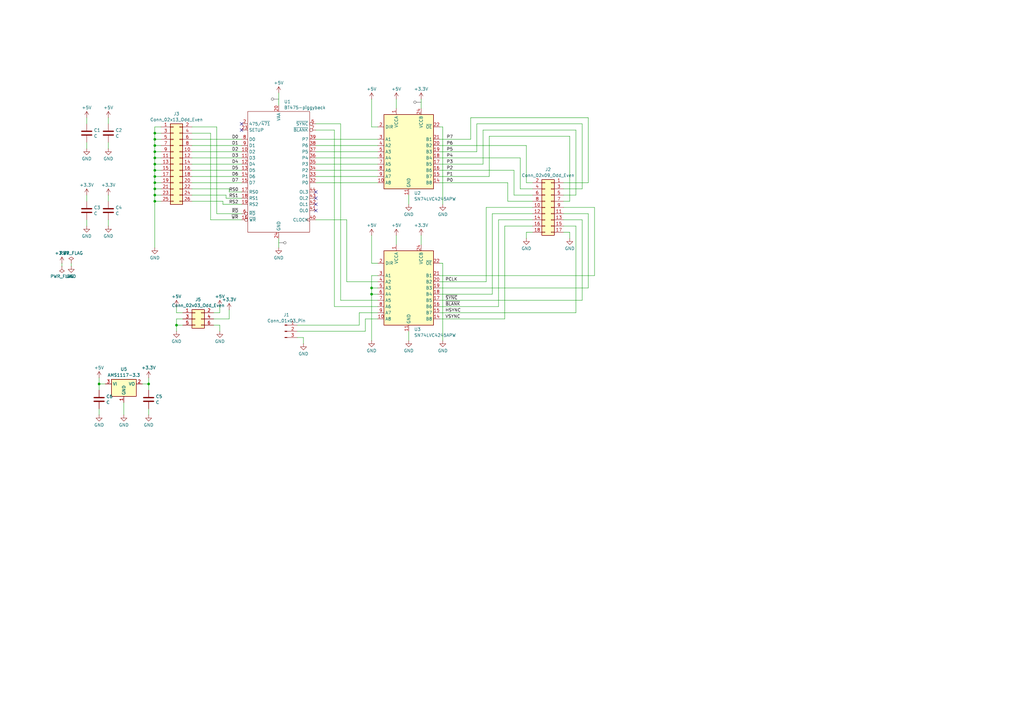
<source format=kicad_sch>
(kicad_sch (version 20231120) (generator "eeschema") (generator_version "8.0")
  (paper "A3")
  (lib_symbols
    (symbol "Connector:Conn_01x03_Pin" (pin_names (offset 1.016) hide)
      (property "Reference" "J" (at 0 5.08 0))
      (property "Value" "Conn_01x03_Pin" (at 0 -5.08 0))
      (symbol "Conn_01x03_Pin_1_1"
        (polyline (pts (xy 1.27 -2.54) (xy 0.8636 -2.54)) (stroke (width 0.1524)))
        (polyline (pts (xy 1.27 0) (xy 0.8636 0)) (stroke (width 0.1524)))
        (polyline (pts (xy 1.27 2.54) (xy 0.8636 2.54)) (stroke (width 0.1524)))
        (rectangle (start 0.8636 -2.413) (end 0 -2.667) (stroke (width 0.1524)) (fill (type outline)))
        (rectangle (start 0.8636 0.127) (end 0 -0.127) (stroke (width 0.1524)) (fill (type outline)))
        (rectangle (start 0.8636 2.667) (end 0 2.413) (stroke (width 0.1524)) (fill (type outline)))
        (pin passive line (at 5.08 2.54 180) (length 3.81) (name "Pin_1") (number "1"))
        (pin passive line (at 5.08 0 180) (length 3.81) (name "Pin_2") (number "2"))
        (pin passive line (at 5.08 -2.54 180) (length 3.81) (name "Pin_3") (number "3"))
      )
    )
    (symbol "Connector_Generic:Conn_02x03_Odd_Even" (pin_names (offset 1.016) hide)
      (property "Reference" "J" (at 1.27 5.08 0))
      (property "Value" "Conn_02x03_Odd_Even" (at 1.27 -5.08 0))
      (symbol "Conn_02x03_Odd_Even_1_1"
        (rectangle (start -1.27 -2.413) (end 0 -2.667) (stroke (width 0.1524)))
        (rectangle (start -1.27 0.127) (end 0 -0.127) (stroke (width 0.1524)))
        (rectangle (start -1.27 2.667) (end 0 2.413) (stroke (width 0.1524)))
        (rectangle (start -1.27 3.81) (end 3.81 -3.81) (stroke (width 0.254)) (fill (type background)))
        (rectangle (start 3.81 -2.413) (end 2.54 -2.667) (stroke (width 0.1524)))
        (rectangle (start 3.81 0.127) (end 2.54 -0.127) (stroke (width 0.1524)))
        (rectangle (start 3.81 2.667) (end 2.54 2.413) (stroke (width 0.1524)))
        (pin passive line (at -5.08 2.54 0) (length 3.81) (name "Pin_1") (number "1"))
        (pin passive line (at 7.62 2.54 180) (length 3.81) (name "Pin_2") (number "2"))
        (pin passive line (at -5.08 0 0) (length 3.81) (name "Pin_3") (number "3"))
        (pin passive line (at 7.62 0 180) (length 3.81) (name "Pin_4") (number "4"))
        (pin passive line (at -5.08 -2.54 0) (length 3.81) (name "Pin_5") (number "5"))
        (pin passive line (at 7.62 -2.54 180) (length 3.81) (name "Pin_6") (number "6"))
      )
    )
    (symbol "Connector_Generic:Conn_02x09_Odd_Even" (pin_names (offset 1.016) hide)
      (property "Reference" "J" (at 1.27 12.7 0))
      (property "Value" "Conn_02x09_Odd_Even" (at 1.27 -12.7 0))
      (symbol "Conn_02x09_Odd_Even_1_1"
        (rectangle (start -1.27 -10.033) (end 0 -10.287) (stroke (width 0.1524)))
        (rectangle (start -1.27 -7.493) (end 0 -7.747) (stroke (width 0.1524)))
        (rectangle (start -1.27 -4.953) (end 0 -5.207) (stroke (width 0.1524)))
        (rectangle (start -1.27 -2.413) (end 0 -2.667) (stroke (width 0.1524)))
        (rectangle (start -1.27 0.127) (end 0 -0.127) (stroke (width 0.1524)))
        (rectangle (start -1.27 2.667) (end 0 2.413) (stroke (width 0.1524)))
        (rectangle (start -1.27 5.207) (end 0 4.953) (stroke (width 0.1524)))
        (rectangle (start -1.27 7.747) (end 0 7.493) (stroke (width 0.1524)))
        (rectangle (start -1.27 10.287) (end 0 10.033) (stroke (width 0.1524)))
        (rectangle (start -1.27 11.43) (end 3.81 -11.43) (stroke (width 0.254)) (fill (type background)))
        (rectangle (start 3.81 -10.033) (end 2.54 -10.287) (stroke (width 0.1524)))
        (rectangle (start 3.81 -7.493) (end 2.54 -7.747) (stroke (width 0.1524)))
        (rectangle (start 3.81 -4.953) (end 2.54 -5.207) (stroke (width 0.1524)))
        (rectangle (start 3.81 -2.413) (end 2.54 -2.667) (stroke (width 0.1524)))
        (rectangle (start 3.81 0.127) (end 2.54 -0.127) (stroke (width 0.1524)))
        (rectangle (start 3.81 2.667) (end 2.54 2.413) (stroke (width 0.1524)))
        (rectangle (start 3.81 5.207) (end 2.54 4.953) (stroke (width 0.1524)))
        (rectangle (start 3.81 7.747) (end 2.54 7.493) (stroke (width 0.1524)))
        (rectangle (start 3.81 10.287) (end 2.54 10.033) (stroke (width 0.1524)))
        (pin passive line (at -5.08 10.16 0) (length 3.81) (name "Pin_1") (number "1"))
        (pin passive line (at 7.62 0 180) (length 3.81) (name "Pin_10") (number "10"))
        (pin passive line (at -5.08 -2.54 0) (length 3.81) (name "Pin_11") (number "11"))
        (pin passive line (at 7.62 -2.54 180) (length 3.81) (name "Pin_12") (number "12"))
        (pin passive line (at -5.08 -5.08 0) (length 3.81) (name "Pin_13") (number "13"))
        (pin passive line (at 7.62 -5.08 180) (length 3.81) (name "Pin_14") (number "14"))
        (pin passive line (at -5.08 -7.62 0) (length 3.81) (name "Pin_15") (number "15"))
        (pin passive line (at 7.62 -7.62 180) (length 3.81) (name "Pin_16") (number "16"))
        (pin passive line (at -5.08 -10.16 0) (length 3.81) (name "Pin_17") (number "17"))
        (pin passive line (at 7.62 -10.16 180) (length 3.81) (name "Pin_18") (number "18"))
        (pin passive line (at 7.62 10.16 180) (length 3.81) (name "Pin_2") (number "2"))
        (pin passive line (at -5.08 7.62 0) (length 3.81) (name "Pin_3") (number "3"))
        (pin passive line (at 7.62 7.62 180) (length 3.81) (name "Pin_4") (number "4"))
        (pin passive line (at -5.08 5.08 0) (length 3.81) (name "Pin_5") (number "5"))
        (pin passive line (at 7.62 5.08 180) (length 3.81) (name "Pin_6") (number "6"))
        (pin passive line (at -5.08 2.54 0) (length 3.81) (name "Pin_7") (number "7"))
        (pin passive line (at 7.62 2.54 180) (length 3.81) (name "Pin_8") (number "8"))
        (pin passive line (at -5.08 0 0) (length 3.81) (name "Pin_9") (number "9"))
      )
    )
    (symbol "Connector_Generic:Conn_02x13_Odd_Even" (pin_names (offset 1.016) hide)
      (property "Reference" "J" (at 1.27 17.78 0))
      (property "Value" "Conn_02x13_Odd_Even" (at 1.27 -17.78 0))
      (symbol "Conn_02x13_Odd_Even_1_1"
        (rectangle (start -1.27 -15.113) (end 0 -15.367) (stroke (width 0.1524)))
        (rectangle (start -1.27 -12.573) (end 0 -12.827) (stroke (width 0.1524)))
        (rectangle (start -1.27 -10.033) (end 0 -10.287) (stroke (width 0.1524)))
        (rectangle (start -1.27 -7.493) (end 0 -7.747) (stroke (width 0.1524)))
        (rectangle (start -1.27 -4.953) (end 0 -5.207) (stroke (width 0.1524)))
        (rectangle (start -1.27 -2.413) (end 0 -2.667) (stroke (width 0.1524)))
        (rectangle (start -1.27 0.127) (end 0 -0.127) (stroke (width 0.1524)))
        (rectangle (start -1.27 2.667) (end 0 2.413) (stroke (width 0.1524)))
        (rectangle (start -1.27 5.207) (end 0 4.953) (stroke (width 0.1524)))
        (rectangle (start -1.27 7.747) (end 0 7.493) (stroke (width 0.1524)))
        (rectangle (start -1.27 10.287) (end 0 10.033) (stroke (width 0.1524)))
        (rectangle (start -1.27 12.827) (end 0 12.573) (stroke (width 0.1524)))
        (rectangle (start -1.27 15.367) (end 0 15.113) (stroke (width 0.1524)))
        (rectangle (start -1.27 16.51) (end 3.81 -16.51) (stroke (width 0.254)) (fill (type background)))
        (rectangle (start 3.81 -15.113) (end 2.54 -15.367) (stroke (width 0.1524)))
        (rectangle (start 3.81 -12.573) (end 2.54 -12.827) (stroke (width 0.1524)))
        (rectangle (start 3.81 -10.033) (end 2.54 -10.287) (stroke (width 0.1524)))
        (rectangle (start 3.81 -7.493) (end 2.54 -7.747) (stroke (width 0.1524)))
        (rectangle (start 3.81 -4.953) (end 2.54 -5.207) (stroke (width 0.1524)))
        (rectangle (start 3.81 -2.413) (end 2.54 -2.667) (stroke (width 0.1524)))
        (rectangle (start 3.81 0.127) (end 2.54 -0.127) (stroke (width 0.1524)))
        (rectangle (start 3.81 2.667) (end 2.54 2.413) (stroke (width 0.1524)))
        (rectangle (start 3.81 5.207) (end 2.54 4.953) (stroke (width 0.1524)))
        (rectangle (start 3.81 7.747) (end 2.54 7.493) (stroke (width 0.1524)))
        (rectangle (start 3.81 10.287) (end 2.54 10.033) (stroke (width 0.1524)))
        (rectangle (start 3.81 12.827) (end 2.54 12.573) (stroke (width 0.1524)))
        (rectangle (start 3.81 15.367) (end 2.54 15.113) (stroke (width 0.1524)))
        (pin passive line (at -5.08 15.24 0) (length 3.81) (name "Pin_1") (number "1"))
        (pin passive line (at 7.62 5.08 180) (length 3.81) (name "Pin_10") (number "10"))
        (pin passive line (at -5.08 2.54 0) (length 3.81) (name "Pin_11") (number "11"))
        (pin passive line (at 7.62 2.54 180) (length 3.81) (name "Pin_12") (number "12"))
        (pin passive line (at -5.08 0 0) (length 3.81) (name "Pin_13") (number "13"))
        (pin passive line (at 7.62 0 180) (length 3.81) (name "Pin_14") (number "14"))
        (pin passive line (at -5.08 -2.54 0) (length 3.81) (name "Pin_15") (number "15"))
        (pin passive line (at 7.62 -2.54 180) (length 3.81) (name "Pin_16") (number "16"))
        (pin passive line (at -5.08 -5.08 0) (length 3.81) (name "Pin_17") (number "17"))
        (pin passive line (at 7.62 -5.08 180) (length 3.81) (name "Pin_18") (number "18"))
        (pin passive line (at -5.08 -7.62 0) (length 3.81) (name "Pin_19") (number "19"))
        (pin passive line (at 7.62 15.24 180) (length 3.81) (name "Pin_2") (number "2"))
        (pin passive line (at 7.62 -7.62 180) (length 3.81) (name "Pin_20") (number "20"))
        (pin passive line (at -5.08 -10.16 0) (length 3.81) (name "Pin_21") (number "21"))
        (pin passive line (at 7.62 -10.16 180) (length 3.81) (name "Pin_22") (number "22"))
        (pin passive line (at -5.08 -12.7 0) (length 3.81) (name "Pin_23") (number "23"))
        (pin passive line (at 7.62 -12.7 180) (length 3.81) (name "Pin_24") (number "24"))
        (pin passive line (at -5.08 -15.24 0) (length 3.81) (name "Pin_25") (number "25"))
        (pin passive line (at 7.62 -15.24 180) (length 3.81) (name "Pin_26") (number "26"))
        (pin passive line (at -5.08 12.7 0) (length 3.81) (name "Pin_3") (number "3"))
        (pin passive line (at 7.62 12.7 180) (length 3.81) (name "Pin_4") (number "4"))
        (pin passive line (at -5.08 10.16 0) (length 3.81) (name "Pin_5") (number "5"))
        (pin passive line (at 7.62 10.16 180) (length 3.81) (name "Pin_6") (number "6"))
        (pin passive line (at -5.08 7.62 0) (length 3.81) (name "Pin_7") (number "7"))
        (pin passive line (at 7.62 7.62 180) (length 3.81) (name "Pin_8") (number "8"))
        (pin passive line (at -5.08 5.08 0) (length 3.81) (name "Pin_9") (number "9"))
      )
    )
    (symbol "Device:C" (pin_numbers hide) (pin_names (offset 0.254))
      (property "Reference" "C" (at 0.635 2.54 0))
      (property "Value" "C" (at 0.635 -2.54 0))
      (symbol "C_0_1"
        (polyline (pts (xy -2.032 -0.762) (xy 2.032 -0.762)) (stroke (width 0.508)))
        (polyline (pts (xy -2.032 0.762) (xy 2.032 0.762)) (stroke (width 0.508)))
      )
      (symbol "C_1_1"
        (pin passive line (at 0 3.81 270) (length 2.794) (name "~") (number "1"))
        (pin passive line (at 0 -3.81 90) (length 2.794) (name "~") (number "2"))
      )
    )
    (symbol "Regulator_Linear:AMS1117-3.3"
      (property "Reference" "U" (at -3.81 3.175 0))
      (property "Value" "AMS1117-3.3" (at 0 3.175 0))
      (symbol "AMS1117-3.3_0_1"
        (rectangle (start -5.08 -5.08) (end 5.08 1.905) (stroke (width 0.254)) (fill (type background)))
      )
      (symbol "AMS1117-3.3_1_1"
        (pin power_in line (at 0 -7.62 90) (length 2.54) (name "GND") (number "1"))
        (pin power_out line (at 7.62 0 180) (length 2.54) (name "VO") (number "2"))
        (pin power_in line (at -7.62 0 0) (length 2.54) (name "VI") (number "3"))
      )
    )
    (symbol "power:+3.3V" (power) (pin_numbers hide) (pin_names (offset 0) hide)
      (property "Value" "+3.3V" (at 0 3.556 0))
      (symbol "+3.3V_0_1"
        (polyline (pts (xy -0.762 1.27) (xy 0 2.54)))
        (polyline (pts (xy 0 0) (xy 0 2.54)))
        (polyline (pts (xy 0 2.54) (xy 0.762 1.27)))
      )
      (symbol "+3.3V_1_1"
        (pin power_in line (at 0 0 90) (length 0) (name "~") (number "1"))
      )
    )
    (symbol "power:+5V" (power) (pin_numbers hide) (pin_names (offset 0) hide)
      (property "Value" "+5V" (at 0 3.556 0))
      (symbol "+5V_0_1"
        (polyline (pts (xy -0.762 1.27) (xy 0 2.54)))
        (polyline (pts (xy 0 0) (xy 0 2.54)))
        (polyline (pts (xy 0 2.54) (xy 0.762 1.27)))
      )
      (symbol "+5V_1_1"
        (pin power_in line (at 0 0 90) (length 0) (name "~") (number "1"))
      )
    )
    (symbol "power:GND" (power) (pin_numbers hide) (pin_names (offset 0) hide)
      (property "Value" "GND" (at 0 -3.81 0))
      (symbol "GND_0_1"
        (polyline (pts (xy 0 0) (xy 0 -1.27) (xy 1.27 -1.27) (xy 0 -2.54) (xy -1.27 -1.27) (xy 0 -1.27)))
      )
      (symbol "GND_1_1"
        (pin power_in line (at 0 0 270) (length 0) (name "~") (number "1"))
      )
    )
    (symbol "power:PWR_FLAG" (power) (pin_numbers hide) (pin_names (offset 0) hide)
      (property "Value" "PWR_FLAG" (at 0 3.81 0))
      (symbol "PWR_FLAG_0_0"
        (pin power_out line (at 0 0 90) (length 0) (name "~") (number "1"))
      )
      (symbol "PWR_FLAG_0_1"
        (polyline (pts (xy 0 0) (xy 0 1.27) (xy -1.016 1.905) (xy 0 2.54) (xy 1.016 1.905) (xy 0 1.27)))
      )
    )
    (symbol "symbols:SN74LVC4245APW"
      (property "Reference" "U" (at -10.16 17.78 0))
      (property "Value" "SN74LVC4245APW" (at 8.636 -16.51 0))
      (symbol "SN74LVC4245APW_0_1"
        (rectangle (start -10.16 15.24) (end 10.16 -15.24) (stroke (width 0.254)) (fill (type background)))
      )
      (symbol "SN74LVC4245APW_1_0"
        (pin power_in line (at -5.08 17.78 270) (length 2.54) (name "VCCA") (number "1"))
        (pin power_in line (at 0 -17.78 90) (length 2.54) hide (name "GND") (number "12"))
        (pin power_in line (at 0 -17.78 90) (length 2.54) hide (name "GND") (number "13"))
        (pin power_in line (at 5.08 17.78 270) (length 2.54) (name "VCCB") (number "24"))
      )
      (symbol "SN74LVC4245APW_1_1"
        (pin bidirectional line (at -12.7 -12.7 0) (length 2.54) (name "A8") (number "10"))
        (pin power_in line (at 0 -17.78 90) (length 2.54) (name "GND") (number "11"))
        (pin bidirectional line (at 12.7 -12.7 180) (length 2.54) (name "B8") (number "14"))
        (pin bidirectional line (at 12.7 -10.16 180) (length 2.54) (name "B7") (number "15"))
        (pin bidirectional line (at 12.7 -7.62 180) (length 2.54) (name "B6") (number "16"))
        (pin bidirectional line (at 12.7 -5.08 180) (length 2.54) (name "B5") (number "17"))
        (pin bidirectional line (at 12.7 -2.54 180) (length 2.54) (name "B4") (number "18"))
        (pin bidirectional line (at 12.7 0 180) (length 2.54) (name "B3") (number "19"))
        (pin input line (at -12.7 10.16 0) (length 2.54) (name "DIR") (number "2"))
        (pin bidirectional line (at 12.7 2.54 180) (length 2.54) (name "B2") (number "20"))
        (pin bidirectional line (at 12.7 5.08 180) (length 2.54) (name "B1") (number "21"))
        (pin input line (at 12.7 10.16 180) (length 2.54) (name "~{OE}") (number "22"))
        (pin power_in line (at 5.08 17.78 270) (length 2.54) hide (name "VCCB") (number "23"))
        (pin bidirectional line (at -12.7 5.08 0) (length 2.54) (name "A1") (number "3"))
        (pin bidirectional line (at -12.7 2.54 0) (length 2.54) (name "A2") (number "4"))
        (pin bidirectional line (at -12.7 0 0) (length 2.54) (name "A3") (number "5"))
        (pin bidirectional line (at -12.7 -2.54 0) (length 2.54) (name "A4") (number "6"))
        (pin bidirectional line (at -12.7 -5.08 0) (length 2.54) (name "A5") (number "7"))
        (pin bidirectional line (at -12.7 -7.62 0) (length 2.54) (name "A6") (number "8"))
        (pin bidirectional line (at -12.7 -10.16 0) (length 2.54) (name "A7") (number "9"))
      )
    )
    (symbol "symbols:bt475-piggyback"
      (property "Reference" "U" (at 0 8.636 0))
      (property "Value" "BT475-piggyback" (at 0 0.254 0))
      (symbol "bt475-piggyback_0_0"
        (pin output line (at -15.24 8.89 0) (length 2.54) (name "D2") (number "10"))
        (pin output line (at -15.24 6.35 0) (length 2.54) (name "D3") (number "11"))
        (pin output line (at -15.24 3.81 0) (length 2.54) (name "D4") (number "12"))
        (pin output line (at -15.24 1.27 0) (length 2.54) (name "D5") (number "13"))
        (pin output line (at -15.24 -1.27 0) (length 2.54) (name "D6") (number "14"))
        (pin output line (at -15.24 -3.81 0) (length 2.54) (name "D7") (number "15"))
        (pin output inverted (at -15.24 -19.05 0) (length 2.54) (name "~{WR}") (number "16"))
        (pin output line (at -15.24 -7.62 0) (length 2.54) (name "RS0") (number "17"))
        (pin output line (at -15.24 -10.16 0) (length 2.54) (name "RS1") (number "18"))
        (pin output line (at -15.24 -12.7 0) (length 2.54) (name "RS2") (number "19"))
        (pin output line (at -15.24 20.32 0) (length 2.54) (name "475/~{471}") (number "2"))
        (pin output line (at -15.24 17.78 0) (length 2.54) (name "SETUP") (number "23"))
        (pin output line (at 15.24 -3.81 180) (length 2.54) (name "P0") (number "32"))
        (pin output line (at 15.24 -1.27 180) (length 2.54) (name "P1") (number "33"))
        (pin output line (at 15.24 1.27 180) (length 2.54) (name "P2") (number "34"))
        (pin output line (at 15.24 3.81 180) (length 2.54) (name "P3") (number "35"))
        (pin output line (at 15.24 6.35 180) (length 2.54) (name "P4") (number "36"))
        (pin output line (at 15.24 8.89 180) (length 2.54) (name "P5") (number "37"))
        (pin output line (at 15.24 11.43 180) (length 2.54) (name "P6") (number "38"))
        (pin output line (at 15.24 13.97 180) (length 2.54) (name "P7") (number "39"))
        (pin output clock (at 15.24 -19.05 180) (length 2.54) (name "CLOCK") (number "40"))
        (pin output line (at 15.24 -15.24 180) (length 2.54) (name "OL0") (number "41"))
        (pin output line (at 15.24 -12.7 180) (length 2.54) (name "OL1") (number "42"))
        (pin output line (at 15.24 -10.16 180) (length 2.54) (name "OL2") (number "43"))
        (pin output line (at 15.24 -7.62 180) (length 2.54) (name "OL3") (number "44"))
        (pin output inverted (at 15.24 20.32 180) (length 2.54) (name "~{SYNC}") (number "5"))
        (pin output inverted (at -15.24 -16.51 0) (length 2.54) (name "~{RD}") (number "6"))
        (pin output inverted (at 15.24 17.78 180) (length 2.54) (name "~{BLANK}") (number "7"))
        (pin output line (at -15.24 13.97 0) (length 2.54) (name "D0") (number "8"))
        (pin output line (at -15.24 11.43 0) (length 2.54) (name "D1") (number "9"))
      )
      (symbol "bt475-piggyback_0_1"
        (polyline (pts (xy -12.7 -24.13) (xy 12.7 -24.13) (xy 12.7 25.4) (xy -12.7 25.4) (xy -12.7 -24.13)))
      )
      (symbol "bt475-piggyback_1_0"
        (pin no_connect line (at -5.08 -26.67 90) (length 2.54) hide (name "SENSE") (number "1"))
        (pin power_out line (at 0 27.94 270) (length 2.54) (name "VAA") (number "20"))
        (pin power_out line (at 0 27.94 270) (length 2.54) hide (name "VAA") (number "21"))
        (pin power_out line (at 0 27.94 270) (length 2.54) hide (name "VAA") (number "22"))
        (pin power_in line (at 0 -26.67 90) (length 2.54) (name "GND") (number "24"))
        (pin no_connect line (at -6.35 -26.67 90) (length 2.54) hide (name "IOR") (number "25"))
        (pin no_connect line (at -7.62 -26.67 90) (length 2.54) hide (name "IOG") (number "26"))
        (pin no_connect line (at -8.89 -26.67 90) (length 2.54) hide (name "IOB") (number "27"))
        (pin no_connect line (at 3.81 -26.67 90) (length 2.54) hide (name "IREF") (number "28"))
        (pin no_connect line (at 5.08 -26.67 90) (length 2.54) hide (name "COMP") (number "29"))
        (pin power_in line (at 0 -26.67 90) (length 2.54) hide (name "GND") (number "3"))
        (pin no_connect line (at 6.35 -26.67 90) (length 2.54) hide (name "OPA") (number "30"))
        (pin no_connect line (at -3.81 -26.67 90) (length 2.54) hide (name "VREF") (number "31"))
        (pin power_in line (at 0 27.94 270) (length 2.54) hide (name "VAA") (number "4"))
      )
    )
  )
  (junction (at 63.5 69.85))
  (junction (at 63.5 57.15))
  (junction (at 63.5 64.77))
  (junction (at 63.5 74.93))
  (junction (at 63.5 62.23))
  (junction (at 63.5 54.61))
  (junction (at 63.5 59.69))
  (junction (at 60.96 157.48))
  (junction (at 152.4 120.65))
  (junction (at 63.5 67.31))
  (junction (at 63.5 77.47))
  (junction (at 72.39 133.35))
  (junction (at 63.5 72.39))
  (junction (at 40.64 157.48))
  (junction (at 63.5 80.01))
  (junction (at 63.5 82.55))
  (junction (at 152.4 118.11))
  (no_connect (at 99.06 53.34))
  (no_connect (at 129.54 81.28))
  (no_connect (at 129.54 83.82))
  (no_connect (at 99.06 50.8))
  (no_connect (at 129.54 78.74))
  (no_connect (at 129.54 86.36))
  (wire (pts (xy 149.86 130.81) (xy 154.94 130.81)))
  (wire (pts (xy 231.14 74.93) (xy 241.3 74.93)))
  (wire (pts (xy 72.39 130.81) (xy 74.93 130.81)))
  (wire (pts (xy 139.7 50.8) (xy 139.7 123.19)))
  (wire (pts (xy 139.7 123.19) (xy 154.94 123.19)))
  (wire (pts (xy 63.5 82.55) (xy 63.5 101.6)))
  (wire (pts (xy 129.54 72.39) (xy 154.94 72.39)))
  (wire (pts (xy 63.5 67.31) (xy 63.5 69.85)))
  (wire (pts (xy 60.96 154.94) (xy 60.96 157.48)))
  (wire (pts (xy 199.39 85.09) (xy 199.39 115.57)))
  (wire (pts (xy 167.64 80.01) (xy 167.64 83.82)))
  (wire (pts (xy 63.5 82.55) (xy 66.04 82.55)))
  (wire (pts (xy 198.12 67.31) (xy 198.12 53.34)))
  (wire (pts (xy 66.04 52.07) (xy 63.5 52.07)))
  (wire (pts (xy 93.98 127) (xy 93.98 130.81)))
  (wire (pts (xy 180.34 115.57) (xy 199.39 115.57)))
  (wire (pts (xy 35.56 80.01) (xy 35.56 82.55)))
  (wire (pts (xy 78.74 64.77) (xy 99.06 64.77)))
  (wire (pts (xy 74.93 133.35) (xy 72.39 133.35)))
  (wire (pts (xy 152.4 120.65) (xy 152.4 118.11)))
  (wire (pts (xy 91.44 83.82) (xy 91.44 82.55)))
  (wire (pts (xy 114.3 38.1) (xy 114.3 43.18)))
  (wire (pts (xy 162.56 96.52) (xy 162.56 100.33)))
  (wire (pts (xy 152.4 40.64) (xy 152.4 52.07)))
  (wire (pts (xy 210.82 69.85) (xy 210.82 80.01)))
  (wire (pts (xy 172.72 40.64) (xy 172.72 44.45)))
  (wire (pts (xy 63.5 54.61) (xy 66.04 54.61)))
  (wire (pts (xy 142.24 115.57) (xy 154.94 115.57)))
  (wire (pts (xy 137.16 125.73) (xy 154.94 125.73)))
  (wire (pts (xy 238.76 50.8) (xy 195.58 50.8)))
  (wire (pts (xy 63.5 80.01) (xy 66.04 80.01)))
  (wire (pts (xy 180.34 113.03) (xy 243.84 113.03)))
  (wire (pts (xy 181.61 107.95) (xy 181.61 139.7)))
  (wire (pts (xy 78.74 80.01) (xy 92.71 80.01)))
  (wire (pts (xy 152.4 120.65) (xy 152.4 139.7)))
  (wire (pts (xy 63.5 67.31) (xy 66.04 67.31)))
  (wire (pts (xy 213.36 64.77) (xy 180.34 64.77)))
  (wire (pts (xy 63.5 62.23) (xy 63.5 64.77)))
  (wire (pts (xy 207.01 92.71) (xy 218.44 92.71)))
  (wire (pts (xy 236.22 80.01) (xy 231.14 80.01)))
  (wire (pts (xy 63.5 72.39) (xy 66.04 72.39)))
  (wire (pts (xy 180.34 120.65) (xy 201.93 120.65)))
  (wire (pts (xy 78.74 59.69) (xy 99.06 59.69)))
  (wire (pts (xy 204.47 90.17) (xy 218.44 90.17)))
  (wire (pts (xy 241.3 87.63) (xy 241.3 118.11)))
  (wire (pts (xy 233.68 55.88) (xy 233.68 82.55)))
  (wire (pts (xy 154.94 52.07) (xy 152.4 52.07)))
  (wire (pts (xy 78.74 52.07) (xy 88.9 52.07)))
  (wire (pts (xy 29.21 107.95) (xy 29.21 109.22)))
  (wire (pts (xy 129.54 67.31) (xy 154.94 67.31)))
  (wire (pts (xy 208.28 82.55) (xy 218.44 82.55)))
  (wire (pts (xy 63.5 77.47) (xy 63.5 80.01)))
  (wire (pts (xy 44.45 90.17) (xy 44.45 92.71)))
  (wire (pts (xy 92.71 80.01) (xy 92.71 81.28)))
  (wire (pts (xy 86.36 90.17) (xy 86.36 54.61)))
  (wire (pts (xy 181.61 107.95) (xy 180.34 107.95)))
  (wire (pts (xy 63.5 69.85) (xy 66.04 69.85)))
  (wire (pts (xy 152.4 118.11) (xy 154.94 118.11)))
  (wire (pts (xy 78.74 69.85) (xy 99.06 69.85)))
  (wire (pts (xy 63.5 54.61) (xy 63.5 57.15)))
  (wire (pts (xy 63.5 62.23) (xy 66.04 62.23)))
  (wire (pts (xy 152.4 96.52) (xy 152.4 107.95)))
  (wire (pts (xy 142.24 90.17) (xy 142.24 115.57)))
  (wire (pts (xy 236.22 53.34) (xy 236.22 80.01)))
  (wire (pts (xy 63.5 74.93) (xy 66.04 74.93)))
  (wire (pts (xy 129.54 57.15) (xy 154.94 57.15)))
  (wire (pts (xy 121.92 133.35) (xy 147.32 133.35)))
  (wire (pts (xy 60.96 157.48) (xy 60.96 160.02)))
  (wire (pts (xy 25.4 107.95) (xy 25.4 109.22)))
  (wire (pts (xy 154.94 107.95) (xy 152.4 107.95)))
  (wire (pts (xy 233.68 55.88) (xy 200.66 55.88)))
  (wire (pts (xy 129.54 69.85) (xy 154.94 69.85)))
  (wire (pts (xy 99.06 78.74) (xy 93.98 78.74)))
  (wire (pts (xy 40.64 154.94) (xy 40.64 157.48)))
  (wire (pts (xy 162.56 40.64) (xy 162.56 44.45)))
  (wire (pts (xy 44.45 48.26) (xy 44.45 50.8)))
  (wire (pts (xy 44.45 58.42) (xy 44.45 60.96)))
  (wire (pts (xy 241.3 48.26) (xy 241.3 74.93)))
  (wire (pts (xy 58.42 157.48) (xy 60.96 157.48)))
  (wire (pts (xy 50.8 165.1) (xy 50.8 170.18)))
  (wire (pts (xy 201.93 87.63) (xy 218.44 87.63)))
  (wire (pts (xy 35.56 58.42) (xy 35.56 60.96)))
  (wire (pts (xy 233.68 95.25) (xy 233.68 97.79)))
  (wire (pts (xy 114.3 97.79) (xy 114.3 101.6)))
  (wire (pts (xy 35.56 48.26) (xy 35.56 50.8)))
  (wire (pts (xy 238.76 77.47) (xy 238.76 50.8)))
  (wire (pts (xy 63.5 57.15) (xy 66.04 57.15)))
  (wire (pts (xy 63.5 59.69) (xy 66.04 59.69)))
  (wire (pts (xy 129.54 62.23) (xy 154.94 62.23)))
  (wire (pts (xy 121.92 135.89) (xy 149.86 135.89)))
  (wire (pts (xy 213.36 77.47) (xy 218.44 77.47)))
  (wire (pts (xy 152.4 113.03) (xy 154.94 113.03)))
  (wire (pts (xy 90.17 125.73) (xy 90.17 128.27)))
  (wire (pts (xy 233.68 82.55) (xy 231.14 82.55)))
  (wire (pts (xy 147.32 128.27) (xy 154.94 128.27)))
  (wire (pts (xy 231.14 85.09) (xy 243.84 85.09)))
  (wire (pts (xy 78.74 57.15) (xy 99.06 57.15)))
  (wire (pts (xy 167.64 135.89) (xy 167.64 139.7)))
  (wire (pts (xy 63.5 77.47) (xy 66.04 77.47)))
  (wire (pts (xy 201.93 120.65) (xy 201.93 87.63)))
  (wire (pts (xy 200.66 72.39) (xy 180.34 72.39)))
  (wire (pts (xy 40.64 167.64) (xy 40.64 170.18)))
  (wire (pts (xy 129.54 53.34) (xy 137.16 53.34)))
  (wire (pts (xy 88.9 52.07) (xy 88.9 87.63)))
  (wire (pts (xy 213.36 64.77) (xy 213.36 77.47)))
  (wire (pts (xy 180.34 67.31) (xy 198.12 67.31)))
  (wire (pts (xy 180.34 128.27) (xy 236.22 128.27)))
  (wire (pts (xy 63.5 69.85) (xy 63.5 72.39)))
  (wire (pts (xy 63.5 64.77) (xy 63.5 67.31)))
  (wire (pts (xy 215.9 95.25) (xy 218.44 95.25)))
  (wire (pts (xy 124.46 138.43) (xy 124.46 140.97)))
  (wire (pts (xy 231.14 87.63) (xy 241.3 87.63)))
  (wire (pts (xy 236.22 92.71) (xy 236.22 128.27)))
  (wire (pts (xy 99.06 90.17) (xy 86.36 90.17)))
  (wire (pts (xy 78.74 62.23) (xy 99.06 62.23)))
  (wire (pts (xy 204.47 125.73) (xy 180.34 125.73)))
  (wire (pts (xy 208.28 74.93) (xy 208.28 82.55)))
  (wire (pts (xy 243.84 85.09) (xy 243.84 113.03)))
  (wire (pts (xy 210.82 69.85) (xy 180.34 69.85)))
  (wire (pts (xy 215.9 74.93) (xy 218.44 74.93)))
  (wire (pts (xy 63.5 80.01) (xy 63.5 82.55)))
  (wire (pts (xy 87.63 133.35) (xy 90.17 133.35)))
  (wire (pts (xy 233.68 95.25) (xy 231.14 95.25)))
  (wire (pts (xy 90.17 133.35) (xy 90.17 135.89)))
  (wire (pts (xy 129.54 74.93) (xy 154.94 74.93)))
  (wire (pts (xy 63.5 52.07) (xy 63.5 54.61)))
  (wire (pts (xy 231.14 90.17) (xy 238.76 90.17)))
  (wire (pts (xy 215.9 59.69) (xy 215.9 74.93)))
  (wire (pts (xy 181.61 52.07) (xy 180.34 52.07)))
  (wire (pts (xy 35.56 90.17) (xy 35.56 92.71)))
  (wire (pts (xy 180.34 74.93) (xy 208.28 74.93)))
  (wire (pts (xy 199.39 85.09) (xy 218.44 85.09)))
  (wire (pts (xy 129.54 50.8) (xy 139.7 50.8)))
  (wire (pts (xy 86.36 54.61) (xy 78.74 54.61)))
  (wire (pts (xy 90.17 128.27) (xy 87.63 128.27)))
  (wire (pts (xy 180.34 57.15) (xy 193.04 57.15)))
  (wire (pts (xy 231.14 77.47) (xy 238.76 77.47)))
  (wire (pts (xy 93.98 77.47) (xy 78.74 77.47)))
  (wire (pts (xy 215.9 59.69) (xy 180.34 59.69)))
  (wire (pts (xy 204.47 90.17) (xy 204.47 125.73)))
  (wire (pts (xy 63.5 72.39) (xy 63.5 74.93)))
  (wire (pts (xy 92.71 81.28) (xy 99.06 81.28)))
  (wire (pts (xy 63.5 57.15) (xy 63.5 59.69)))
  (wire (pts (xy 129.54 64.77) (xy 154.94 64.77)))
  (wire (pts (xy 72.39 125.73) (xy 72.39 128.27)))
  (wire (pts (xy 40.64 157.48) (xy 40.64 160.02)))
  (wire (pts (xy 152.4 118.11) (xy 152.4 113.03)))
  (wire (pts (xy 180.34 130.81) (xy 207.01 130.81)))
  (wire (pts (xy 44.45 80.01) (xy 44.45 82.55)))
  (wire (pts (xy 238.76 123.19) (xy 180.34 123.19)))
  (wire (pts (xy 72.39 133.35) (xy 72.39 135.89)))
  (wire (pts (xy 195.58 50.8) (xy 195.58 62.23)))
  (wire (pts (xy 60.96 167.64) (xy 60.96 170.18)))
  (wire (pts (xy 63.5 59.69) (xy 63.5 62.23)))
  (wire (pts (xy 93.98 78.74) (xy 93.98 77.47)))
  (wire (pts (xy 180.34 118.11) (xy 241.3 118.11)))
  (wire (pts (xy 198.12 53.34) (xy 236.22 53.34)))
  (wire (pts (xy 93.98 130.81) (xy 87.63 130.81)))
  (wire (pts (xy 152.4 120.65) (xy 154.94 120.65)))
  (wire (pts (xy 193.04 48.26) (xy 241.3 48.26)))
  (wire (pts (xy 200.66 55.88) (xy 200.66 72.39)))
  (wire (pts (xy 78.74 67.31) (xy 99.06 67.31)))
  (wire (pts (xy 137.16 53.34) (xy 137.16 125.73)))
  (wire (pts (xy 88.9 87.63) (xy 99.06 87.63)))
  (wire (pts (xy 180.34 62.23) (xy 195.58 62.23)))
  (wire (pts (xy 121.92 138.43) (xy 124.46 138.43)))
  (wire (pts (xy 78.74 74.93) (xy 99.06 74.93)))
  (wire (pts (xy 91.44 82.55) (xy 78.74 82.55)))
  (wire (pts (xy 149.86 135.89) (xy 149.86 130.81)))
  (wire (pts (xy 238.76 90.17) (xy 238.76 123.19)))
  (wire (pts (xy 129.54 59.69) (xy 154.94 59.69)))
  (wire (pts (xy 72.39 128.27) (xy 74.93 128.27)))
  (wire (pts (xy 40.64 157.48) (xy 43.18 157.48)))
  (wire (pts (xy 72.39 133.35) (xy 72.39 130.81)))
  (wire (pts (xy 63.5 64.77) (xy 66.04 64.77)))
  (wire (pts (xy 172.72 96.52) (xy 172.72 100.33)))
  (wire (pts (xy 210.82 80.01) (xy 218.44 80.01)))
  (wire (pts (xy 147.32 133.35) (xy 147.32 128.27)))
  (wire (pts (xy 207.01 92.71) (xy 207.01 130.81)))
  (wire (pts (xy 78.74 72.39) (xy 99.06 72.39)))
  (wire (pts (xy 181.61 52.07) (xy 181.61 83.82)))
  (wire (pts (xy 99.06 83.82) (xy 91.44 83.82)))
  (wire (pts (xy 231.14 92.71) (xy 236.22 92.71)))
  (wire (pts (xy 63.5 74.93) (xy 63.5 77.47)))
  (wire (pts (xy 215.9 95.25) (xy 215.9 97.79)))
  (wire (pts (xy 129.54 90.17) (xy 142.24 90.17)))
  (wire (pts (xy 193.04 57.15) (xy 193.04 48.26)))
  (label "PCLK" (at 182.626 115.57 0))
  (label "HSYNC" (at 182.626 128.27 0))
  (label "~{BLANK}" (at 182.626 125.73 0))
  (label "P4" (at 183.134 64.77 0))
  (label "P2" (at 183.134 69.85 0))
  (label "P1" (at 183.134 72.39 0))
  (label "P0" (at 183.134 74.93 0))
  (label "D5" (at 97.79 69.85 180))
  (label "RS2" (at 97.79 83.82 180))
  (label "RS0" (at 97.79 78.74 180))
  (label "D1" (at 97.79 59.69 180))
  (label "P6" (at 183.134 59.69 0))
  (label "~{WR}" (at 97.79 90.17 180))
  (label "P5" (at 183.134 62.23 0))
  (label "P3" (at 183.134 67.31 0))
  (label "~{SYNC}" (at 182.626 123.19 0))
  (label "RS1" (at 97.79 81.28 180))
  (label "D4" (at 97.79 67.31 180))
  (label "P7" (at 183.134 57.15 0))
  (label "D6" (at 97.79 72.39 180))
  (label "D7" (at 97.79 74.93 180))
  (label "D0" (at 97.79 57.15 180))
  (label "VSYNC" (at 182.626 130.81 0))
  (label "D3" (at 97.79 64.77 180))
  (label "~{RD}" (at 97.79 87.63 180))
  (label "D2" (at 97.79 62.23 180))
  (netclass_flag "" (length 2.54) (shape round) (at 114.3 99.568 270) (property "Netclass" "Power" (effects (hide yes))))
  (netclass_flag "" (length 2.54) (shape round) (at 172.72 41.91 90) (property "Netclass" "Power" (effects (hide yes))))
  (netclass_flag "" (length 2.54) (shape round) (at 114.3 40.64 90) (property "Netclass" "Power" (effects (hide yes))))
  (symbol (lib_id "power:+3.3V") (at 172.72 40.64 0) (unit 1)
    (property "Reference" "#PWR09" (effects (hide yes)))
    (property "Value" "+3.3V" (at 172.72 36.5069 0))
    (property "Description" "Power symbol creates a global label with name \"+3.3V\"" (effects (hide yes)))
  )
  (symbol (lib_id "power:+5V") (at 40.64 154.94 0) (unit 1)
    (property "Reference" "#PWR033" (effects (hide yes)))
    (property "Value" "+5V" (at 40.64 150.8069 0))
    (property "Description" "Power symbol creates a global label with name \"+5V\"" (effects (hide yes)))
  )
  (symbol (lib_id "power:GND") (at 167.64 139.7 0) (unit 1)
    (property "Reference" "#PWR05" (effects (hide yes)))
    (property "Value" "GND" (at 167.64 143.8331 0))
    (property "Description" "Power symbol creates a global label with name \"GND\" , ground" (effects (hide yes)))
  )
  (symbol (lib_id "power:+5V") (at 152.4 96.52 0) (unit 1)
    (property "Reference" "#PWR010" (effects (hide yes)))
    (property "Value" "+5V" (at 152.4 92.3869 0))
    (property "Description" "Power symbol creates a global label with name \"+5V\"" (effects (hide yes)))
  )
  (symbol (lib_id "power:GND") (at 44.45 60.96 0) (unit 1)
    (property "Reference" "#PWR021" (effects (hide yes)))
    (property "Value" "GND" (at 44.45 65.0931 0))
    (property "Description" "Power symbol creates a global label with name \"GND\" , ground" (effects (hide yes)))
  )
  (symbol (lib_id "power:+3.3V") (at 25.4 107.95 0) (unit 1)
    (property "Reference" "#PWR032" (effects (hide yes)))
    (property "Value" "+3.3V" (at 25.4 103.8169 0))
    (property "Description" "Power symbol creates a global label with name \"+3.3V\"" (effects (hide yes)))
  )
  (symbol (lib_id "power:GND") (at 181.61 83.82 0) (unit 1)
    (property "Reference" "#PWR016" (effects (hide yes)))
    (property "Value" "GND" (at 181.61 87.9531 0))
    (property "Description" "Power symbol creates a global label with name \"GND\" , ground" (effects (hide yes)))
  )
  (symbol (lib_id "power:+5V") (at 162.56 96.52 0) (unit 1)
    (property "Reference" "#PWR011" (effects (hide yes)))
    (property "Value" "+5V" (at 162.56 92.3869 0))
    (property "Description" "Power symbol creates a global label with name \"+5V\"" (effects (hide yes)))
  )
  (symbol (lib_id "power:GND") (at 35.56 92.71 0) (unit 1)
    (property "Reference" "#PWR023" (effects (hide yes)))
    (property "Value" "GND" (at 35.56 96.8431 0))
    (property "Description" "Power symbol creates a global label with name \"GND\" , ground" (effects (hide yes)))
  )
  (symbol (lib_id "Connector:Conn_01x03_Pin") (at 116.84 135.89 0) (unit 1)
    (property "Reference" "J1" (at 117.475 129.1293 0))
    (property "Value" "Conn_01x03_Pin" (at 117.475 131.5536 0))
    (property "Footprint" "Connector_PinHeader_2.54mm:PinHeader_1x03_P2.54mm_Vertical" (effects (hide yes)))
    (property "Description" "Generic connector, single row, 01x03, script generated" (effects (hide yes)))
  )
  (symbol (lib_id "power:+3.3V") (at 44.45 80.01 0) (unit 1)
    (property "Reference" "#PWR024" (effects (hide yes)))
    (property "Value" "+3.3V" (at 44.45 75.8769 0))
    (property "Description" "Power symbol creates a global label with name \"+3.3V\"" (effects (hide yes)))
  )
  (symbol (lib_id "Device:C") (at 35.56 86.36 0) (unit 1)
    (property "Reference" "C3" (at 38.481 85.1478 0) (effects (justify left)))
    (property "Value" "C" (at 38.481 87.5721 0) (effects (justify left)))
    (property "Footprint" "Capacitor_SMD:C_0603_1608Metric_Pad1.08x0.95mm_HandSolder" (effects (hide yes)))
    (property "Description" "Unpolarized capacitor" (effects (hide yes)))
  )
  (symbol (lib_id "power:GND") (at 63.5 101.6 0) (unit 1)
    (property "Reference" "#PWR04" (effects (hide yes)))
    (property "Value" "GND" (at 63.5 105.7331 0))
    (property "Description" "Power symbol creates a global label with name \"GND\" , ground" (effects (hide yes)))
  )
  (symbol (lib_id "power:+5V") (at 35.56 48.26 0) (unit 1)
    (property "Reference" "#PWR018" (effects (hide yes)))
    (property "Value" "+5V" (at 35.56 44.1269 0))
    (property "Description" "Power symbol creates a global label with name \"+5V\"" (effects (hide yes)))
  )
  (symbol (lib_id "power:GND") (at 215.9 97.79 0) (unit 1)
    (property "Reference" "#PWR028" (effects (hide yes)))
    (property "Value" "GND" (at 215.9 101.9231 0))
    (property "Description" "Power symbol creates a global label with name \"GND\" , ground" (effects (hide yes)))
  )
  (symbol (lib_id "symbols:SN74LVC4245APW") (at 167.64 118.11 0) (unit 1)
    (property "Reference" "U3" (at 169.8341 135.0701 0) (effects (justify left)))
    (property "Value" "SN74LVC4245APW" (at 169.8341 137.4944 0) (effects (justify left)))
    (property "Footprint" "Package_SO:TSSOP-24_4.4x7.8mm_P0.65mm" (effects (hide yes)))
    (property "Datasheet" "https://www.ti.com/lit/ds/scas218x/scas218x.pdf" (effects (hide yes)))
    (property "Description" "8-Bit Single-Supply Bus Transceiver With 5V tolerant input voltage and 3-State Outputs 24mA, TSSOP-20" (effects (hide yes)))
  )
  (symbol (lib_id "power:GND") (at 181.61 139.7 0) (unit 1)
    (property "Reference" "#PWR015" (effects (hide yes)))
    (property "Value" "GND" (at 181.61 143.8331 0))
    (property "Description" "Power symbol creates a global label with name \"GND\" , ground" (effects (hide yes)))
  )
  (symbol (lib_id "power:PWR_FLAG") (at 25.4 109.22 180) (unit 1)
    (property "Reference" "#FLG01" (effects (hide yes)))
    (property "Value" "PWR_FLAG" (at 25.4 113.3531 0))
    (property "Description" "Special symbol for telling ERC where power comes from" (effects (hide yes)))
  )
  (symbol (lib_id "power:GND") (at 60.96 170.18 0) (unit 1)
    (property "Reference" "#PWR037" (effects (hide yes)))
    (property "Value" "GND" (at 60.96 174.3131 0))
    (property "Description" "Power symbol creates a global label with name \"GND\" , ground" (effects (hide yes)))
  )
  (symbol (lib_id "power:+3.3V") (at 93.98 127 0) (unit 1)
    (property "Reference" "#PWR027" (effects (hide yes)))
    (property "Value" "+3.3V" (at 93.98 122.8669 0))
    (property "Description" "Power symbol creates a global label with name \"+3.3V\"" (effects (hide yes)))
  )
  (symbol (lib_id "Connector_Generic:Conn_02x03_Odd_Even") (at 80.01 130.81 0) (unit 1)
    (property "Reference" "J5" (at 81.28 122.8555 0))
    (property "Value" "Conn_02x03_Odd_Even" (at 81.28 125.2798 0))
    (property "Footprint" "Connector_PinHeader_2.54mm:PinHeader_2x03_P2.54mm_Vertical" (effects (hide yes)))
    (property "Description" "Generic connector, double row, 02x03, odd/even pin numbering scheme (row 1 odd numbers, row 2 even numbers), script generated (kicad-library-utils/schlib/autogen/connector/)" (effects (hide yes)))
  )
  (symbol (lib_id "power:GND") (at 152.4 139.7 0) (unit 1)
    (property "Reference" "#PWR014" (effects (hide yes)))
    (property "Value" "GND" (at 152.4 143.8331 0))
    (property "Description" "Power symbol creates a global label with name \"GND\" , ground" (effects (hide yes)))
  )
  (symbol (lib_id "Device:C") (at 40.64 163.83 0) (unit 1)
    (property "Reference" "C6" (at 43.561 162.6178 0) (effects (justify left)))
    (property "Value" "C" (at 43.561 165.0421 0) (effects (justify left)))
    (property "Footprint" "Capacitor_SMD:C_0603_1608Metric_Pad1.08x0.95mm_HandSolder" (effects (hide yes)))
    (property "Description" "Unpolarized capacitor" (effects (hide yes)))
  )
  (symbol (lib_id "power:GND") (at 90.17 135.89 0) (unit 1)
    (property "Reference" "#PWR029" (effects (hide yes)))
    (property "Value" "GND" (at 90.17 140.0231 0))
    (property "Description" "Power symbol creates a global label with name \"GND\" , ground" (effects (hide yes)))
  )
  (symbol (lib_id "power:+3.3V") (at 60.96 154.94 0) (unit 1)
    (property "Reference" "#PWR035" (effects (hide yes)))
    (property "Value" "+3.3V" (at 60.96 150.8069 0))
    (property "Description" "Power symbol creates a global label with name \"+3.3V\"" (effects (hide yes)))
  )
  (symbol (lib_id "Connector_Generic:Conn_02x13_Odd_Even") (at 71.12 67.31 0) (unit 1)
    (property "Reference" "J3" (at 72.39 46.6555 0))
    (property "Value" "Conn_02x13_Odd_Even" (at 72.39 49.0798 0))
    (property "Footprint" "Connector_PinHeader_2.00mm:PinHeader_2x13_P2.00mm_Vertical" (effects (hide yes)))
    (property "Description" "Generic connector, double row, 02x13, odd/even pin numbering scheme (row 1 odd numbers, row 2 even numbers), script generated (kicad-library-utils/schlib/autogen/connector/)" (effects (hide yes)))
  )
  (symbol (lib_id "power:+5V") (at 114.3 38.1 0) (unit 1)
    (property "Reference" "#PWR02" (effects (hide yes)))
    (property "Value" "+5V" (at 114.3 33.9669 0))
    (property "Description" "Power symbol creates a global label with name \"+5V\"" (effects (hide yes)))
  )
  (symbol (lib_id "symbols:bt475-piggyback") (at 114.3 71.12 0) (unit 1)
    (property "Reference" "U1" (at 116.4941 41.7025 0) (effects (justify left)))
    (property "Value" "BT475-piggyback" (at 116.4941 44.1268 0) (effects (justify left)))
    (property "Footprint" "feets:PLCC-44_THT-PiggyBack" (effects (hide yes)))
  )
  (symbol (lib_id "Connector_Generic:Conn_02x09_Odd_Even") (at 226.06 85.09 0) (mirror y) (unit 1)
    (property "Reference" "J2" (at 224.79 69.5155 0))
    (property "Value" "Conn_02x09_Odd_Even" (at 224.79 71.9398 0))
    (property "Footprint" "Connector_PinHeader_2.54mm:PinHeader_2x09_P2.54mm_Vertical" (effects (hide yes)))
    (property "Description" "Generic connector, double row, 02x09, odd/even pin numbering scheme (row 1 odd numbers, row 2 even numbers), script generated (kicad-library-utils/schlib/autogen/connector/)" (effects (hide yes)))
  )
  (symbol (lib_id "power:+5V") (at 44.45 48.26 0) (unit 1)
    (property "Reference" "#PWR020" (effects (hide yes)))
    (property "Value" "+5V" (at 44.45 44.1269 0))
    (property "Description" "Power symbol creates a global label with name \"+5V\"" (effects (hide yes)))
  )
  (symbol (lib_id "power:GND") (at 29.21 109.22 0) (unit 1)
    (property "Reference" "#PWR031" (effects (hide yes)))
    (property "Value" "GND" (at 29.21 113.3531 0))
    (property "Description" "Power symbol creates a global label with name \"GND\" , ground" (effects (hide yes)))
  )
  (symbol (lib_id "power:+3.3V") (at 172.72 96.52 0) (unit 1)
    (property "Reference" "#PWR012" (effects (hide yes)))
    (property "Value" "+3.3V" (at 172.72 92.3869 0))
    (property "Description" "Power symbol creates a global label with name \"+3.3V\"" (effects (hide yes)))
  )
  (symbol (lib_id "Device:C") (at 60.96 163.83 0) (unit 1)
    (property "Reference" "C5" (at 63.881 162.6178 0) (effects (justify left)))
    (property "Value" "C" (at 63.881 165.0421 0) (effects (justify left)))
    (property "Footprint" "Capacitor_SMD:C_0603_1608Metric_Pad1.08x0.95mm_HandSolder" (effects (hide yes)))
    (property "Description" "Unpolarized capacitor" (effects (hide yes)))
  )
  (symbol (lib_id "power:GND") (at 233.68 97.79 0) (mirror y) (unit 1)
    (property "Reference" "#PWR013" (effects (hide yes)))
    (property "Value" "GND" (at 233.68 101.9231 0))
    (property "Description" "Power symbol creates a global label with name \"GND\" , ground" (effects (hide yes)))
  )
  (symbol (lib_id "Device:C") (at 35.56 54.61 0) (unit 1)
    (property "Reference" "C1" (at 38.481 53.3978 0) (effects (justify left)))
    (property "Value" "C" (at 38.481 55.8221 0) (effects (justify left)))
    (property "Footprint" "Capacitor_SMD:C_0603_1608Metric_Pad1.08x0.95mm_HandSolder" (effects (hide yes)))
    (property "Description" "Unpolarized capacitor" (effects (hide yes)))
  )
  (symbol (lib_id "power:GND") (at 114.3 101.6 0) (unit 1)
    (property "Reference" "#PWR01" (effects (hide yes)))
    (property "Value" "GND" (at 114.3 105.7331 0))
    (property "Description" "Power symbol creates a global label with name \"GND\" , ground" (effects (hide yes)))
  )
  (symbol (lib_id "power:+5V") (at 90.17 125.73 0) (mirror y) (unit 1)
    (property "Reference" "#PWR017" (effects (hide yes)))
    (property "Value" "+5V" (at 90.17 121.5969 0))
    (property "Description" "Power symbol creates a global label with name \"+5V\"" (effects (hide yes)))
  )
  (symbol (lib_id "power:GND") (at 50.8 170.18 0) (unit 1)
    (property "Reference" "#PWR034" (effects (hide yes)))
    (property "Value" "GND" (at 50.8 174.3131 0))
    (property "Description" "Power symbol creates a global label with name \"GND\" , ground" (effects (hide yes)))
  )
  (symbol (lib_id "power:GND") (at 44.45 92.71 0) (unit 1)
    (property "Reference" "#PWR025" (effects (hide yes)))
    (property "Value" "GND" (at 44.45 96.8431 0))
    (property "Description" "Power symbol creates a global label with name \"GND\" , ground" (effects (hide yes)))
  )
  (symbol (lib_id "Regulator_Linear:AMS1117-3.3") (at 50.8 157.48 0) (unit 1)
    (property "Reference" "U5" (at 50.8 151.4305 0))
    (property "Value" "AMS1117-3.3" (at 50.8 153.8548 0))
    (property "Footprint" "Package_TO_SOT_SMD:SOT-223-3_TabPin2" (effects (hide yes)))
    (property "Datasheet" "http://www.advanced-monolithic.com/pdf/ds1117.pdf" (effects (hide yes)))
    (property "Description" "1A Low Dropout regulator, positive, 3.3V fixed output, SOT-223" (effects (hide yes)))
  )
  (symbol (lib_id "power:+5V") (at 152.4 40.64 0) (unit 1)
    (property "Reference" "#PWR08" (effects (hide yes)))
    (property "Value" "+5V" (at 152.4 36.5069 0))
    (property "Description" "Power symbol creates a global label with name \"+5V\"" (effects (hide yes)))
  )
  (symbol (lib_id "power:+5V") (at 162.56 40.64 0) (unit 1)
    (property "Reference" "#PWR07" (effects (hide yes)))
    (property "Value" "+5V" (at 162.56 36.5069 0))
    (property "Description" "Power symbol creates a global label with name \"+5V\"" (effects (hide yes)))
  )
  (symbol (lib_id "power:+3.3V") (at 35.56 80.01 0) (unit 1)
    (property "Reference" "#PWR022" (effects (hide yes)))
    (property "Value" "+3.3V" (at 35.56 75.8769 0))
    (property "Description" "Power symbol creates a global label with name \"+3.3V\"" (effects (hide yes)))
  )
  (symbol (lib_id "power:+5V") (at 72.39 125.73 0) (unit 1)
    (property "Reference" "#PWR026" (effects (hide yes)))
    (property "Value" "+5V" (at 72.39 121.5969 0))
    (property "Description" "Power symbol creates a global label with name \"+5V\"" (effects (hide yes)))
  )
  (symbol (lib_id "Device:C") (at 44.45 86.36 0) (unit 1)
    (property "Reference" "C4" (at 47.371 85.1478 0) (effects (justify left)))
    (property "Value" "C" (at 47.371 87.5721 0) (effects (justify left)))
    (property "Footprint" "Capacitor_SMD:C_0603_1608Metric_Pad1.08x0.95mm_HandSolder" (effects (hide yes)))
    (property "Description" "Unpolarized capacitor" (effects (hide yes)))
  )
  (symbol (lib_id "power:GND") (at 124.46 140.97 0) (unit 1)
    (property "Reference" "#PWR03" (effects (hide yes)))
    (property "Value" "GND" (at 124.46 145.1031 0))
    (property "Description" "Power symbol creates a global label with name \"GND\" , ground" (effects (hide yes)))
  )
  (symbol (lib_id "power:PWR_FLAG") (at 29.21 107.95 0) (unit 1)
    (property "Reference" "#FLG02" (effects (hide yes)))
    (property "Value" "PWR_FLAG" (at 29.21 103.8169 0))
    (property "Description" "Special symbol for telling ERC where power comes from" (effects (hide yes)))
  )
  (symbol (lib_id "symbols:SN74LVC4245APW") (at 167.64 62.23 0) (unit 1)
    (property "Reference" "U2" (at 169.8341 79.1901 0) (effects (justify left)))
    (property "Value" "SN74LVC4245APW" (at 169.8341 81.6144 0) (effects (justify left)))
    (property "Footprint" "Package_SO:TSSOP-24_4.4x7.8mm_P0.65mm" (effects (hide yes)))
    (property "Datasheet" "https://www.ti.com/lit/ds/scas218x/scas218x.pdf" (effects (hide yes)))
    (property "Description" "8-Bit Single-Supply Bus Transceiver With 5V tolerant input voltage and 3-State Outputs 24mA, TSSOP-20" (effects (hide yes)))
  )
  (symbol (lib_id "power:GND") (at 167.64 83.82 0) (unit 1)
    (property "Reference" "#PWR06" (effects (hide yes)))
    (property "Value" "GND" (at 167.64 87.9531 0))
    (property "Description" "Power symbol creates a global label with name \"GND\" , ground" (effects (hide yes)))
  )
  (symbol (lib_id "power:GND") (at 35.56 60.96 0) (unit 1)
    (property "Reference" "#PWR019" (effects (hide yes)))
    (property "Value" "GND" (at 35.56 65.0931 0))
    (property "Description" "Power symbol creates a global label with name \"GND\" , ground" (effects (hide yes)))
  )
  (symbol (lib_id "power:GND") (at 40.64 170.18 0) (unit 1)
    (property "Reference" "#PWR036" (effects (hide yes)))
    (property "Value" "GND" (at 40.64 174.3131 0))
    (property "Description" "Power symbol creates a global label with name \"GND\" , ground" (effects (hide yes)))
  )
  (symbol (lib_id "Device:C") (at 44.45 54.61 0) (unit 1)
    (property "Reference" "C2" (at 47.371 53.3978 0) (effects (justify left)))
    (property "Value" "C" (at 47.371 55.8221 0) (effects (justify left)))
    (property "Footprint" "Capacitor_SMD:C_0603_1608Metric_Pad1.08x0.95mm_HandSolder" (effects (hide yes)))
    (property "Description" "Unpolarized capacitor" (effects (hide yes)))
  )
  (symbol (lib_id "power:GND") (at 72.39 135.89 0) (mirror y) (unit 1)
    (property "Reference" "#PWR030" (effects (hide yes)))
    (property "Value" "GND" (at 72.39 140.0231 0))
    (property "Description" "Power symbol creates a global label with name \"GND\" , ground" (effects (hide yes)))
  )
)
</source>
